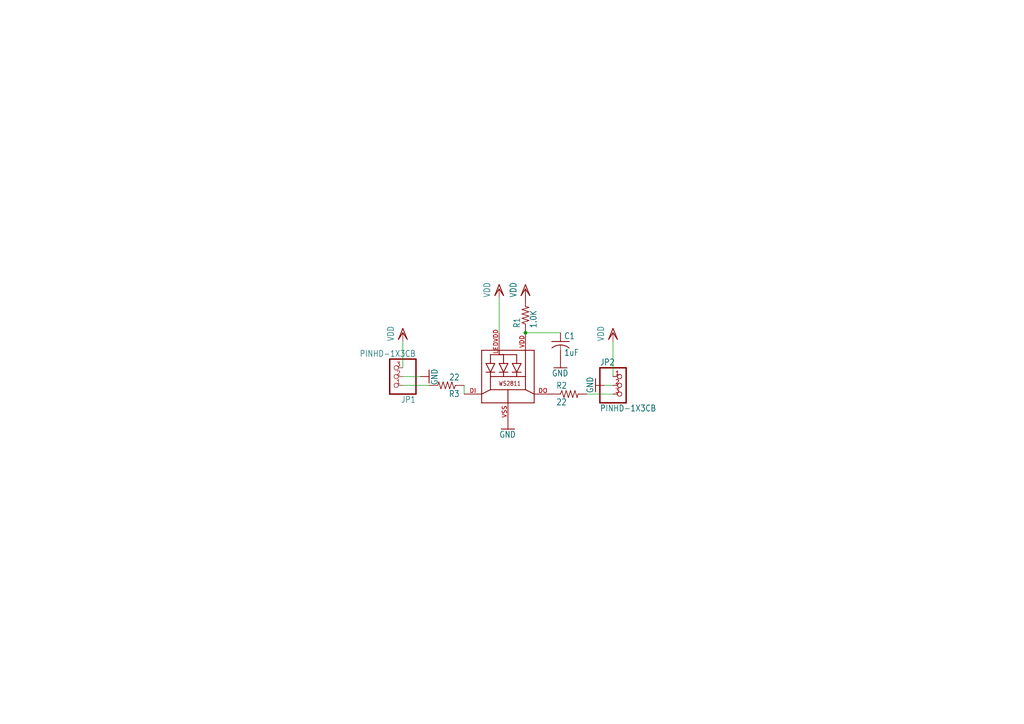
<source format=kicad_sch>
(kicad_sch (version 20211123) (generator eeschema)
  (paper "A4")
  (lib_symbols
    (symbol "schematicEagle-eagle-import:C-USC0603K"
      (property "Reference" "C" (at 1.016 0.635 0))
      (property "Value" "C-USC0603K" (at 1.016 -4.191 0))
      (symbol "C-USC0603K_1_0"
        (arc (start 0 -1.0161) (mid -1.302 -1.2303) (end -2.4668 -1.8504) (stroke (width 0.254)))
        (polyline (pts (xy -2.54 0) (xy 2.54 0)) (stroke (width 0.254)))
        (polyline (pts (xy 0 -1.016) (xy 0 -2.54)) (stroke (width 0.1524)))
        (arc (start 2.4892 -1.8542) (mid 1.3158 -1.2195) (end 0 -1) (stroke (width 0.254)))
        (pin passive line (at 0 2.54 270) (length 2.54) (name "1") (number "1"))
        (pin passive line (at 0 -5.08 90) (length 2.54) (name "2") (number "2"))
      )
    )
    (symbol "schematicEagle-eagle-import:GND" (power)
      (property "Value" "GND" (at -2.54 -2.54 0))
      (symbol "GND_1_0"
        (polyline (pts (xy -1.905 0) (xy 1.905 0)) (stroke (width 0.254)))
        (pin power_in line (at 0 2.54 270) (length 2.54) (name "GND") (number "1"))
      )
    )
    (symbol "schematicEagle-eagle-import:PINHD-1X3CB"
      (property "Reference" "JP" (at -6.35 5.715 0))
      (property "Value" "PINHD-1X3CB" (at -6.35 -7.62 0))
      (symbol "PINHD-1X3CB_1_0"
        (polyline (pts (xy -6.35 -5.08) (xy 1.27 -5.08)) (stroke (width 0.4064)))
        (polyline (pts (xy -6.35 5.08) (xy -6.35 -5.08)) (stroke (width 0.4064)))
        (polyline (pts (xy 1.27 -5.08) (xy 1.27 5.08)) (stroke (width 0.4064)))
        (polyline (pts (xy 1.27 5.08) (xy -6.35 5.08)) (stroke (width 0.4064)))
        (pin passive inverted (at -2.54 2.54 0) (length 2.54) (name "1") (number "1"))
        (pin passive inverted (at -2.54 0 0) (length 2.54) (name "2") (number "2"))
        (pin passive inverted (at -2.54 -2.54 0) (length 2.54) (name "3") (number "3"))
      )
    )
    (symbol "schematicEagle-eagle-import:R-US_R0603"
      (property "Reference" "R" (at -3.81 1.4986 0))
      (property "Value" "R-US_R0603" (at -3.81 -3.302 0))
      (symbol "R-US_R0603_1_0"
        (polyline (pts (xy -2.54 0) (xy -2.159 1.016)) (stroke (width 0.2032)))
        (polyline (pts (xy -2.159 1.016) (xy -1.524 -1.016)) (stroke (width 0.2032)))
        (polyline (pts (xy -1.524 -1.016) (xy -0.889 1.016)) (stroke (width 0.2032)))
        (polyline (pts (xy -0.889 1.016) (xy -0.254 -1.016)) (stroke (width 0.2032)))
        (polyline (pts (xy -0.254 -1.016) (xy 0.381 1.016)) (stroke (width 0.2032)))
        (polyline (pts (xy 0.381 1.016) (xy 1.016 -1.016)) (stroke (width 0.2032)))
        (polyline (pts (xy 1.016 -1.016) (xy 1.651 1.016)) (stroke (width 0.2032)))
        (polyline (pts (xy 1.651 1.016) (xy 2.286 -1.016)) (stroke (width 0.2032)))
        (polyline (pts (xy 2.286 -1.016) (xy 2.54 0)) (stroke (width 0.2032)))
        (pin passive line (at -5.08 0 0) (length 2.54) (name "1") (number "1"))
        (pin passive line (at 5.08 0 180) (length 2.54) (name "2") (number "2"))
      )
    )
    (symbol "schematicEagle-eagle-import:VDD" (power)
      (property "Value" "VDD" (at -2.54 -2.54 90))
      (symbol "VDD_1_0"
        (polyline (pts (xy 0 0) (xy -1.27 -1.905)) (stroke (width 0.254)))
        (polyline (pts (xy 0 1.27) (xy -1.27 -1.905)) (stroke (width 0.254)))
        (polyline (pts (xy 1.27 -1.905) (xy 0 0)) (stroke (width 0.254)))
        (polyline (pts (xy 1.27 -1.905) (xy 0 1.27)) (stroke (width 0.254)))
        (pin power_in line (at 0 -2.54 90) (length 2.54) (name "VDD") (number "1"))
      )
    )
    (symbol "schematicEagle-eagle-import:WS28115050"
      (symbol "WS28115050_1_0"
        (polyline (pts (xy -7.62 -5.08) (xy 0 -5.08)) (stroke (width 0.254)))
        (polyline (pts (xy -7.62 -2.54) (xy -7.62 -5.08)) (stroke (width 0.254)))
        (polyline (pts (xy -7.62 10.16) (xy -7.62 -2.54)) (stroke (width 0.254)))
        (polyline (pts (xy -6.35 3.81) (xy -5.08 3.81)) (stroke (width 0.254)))
        (polyline (pts (xy -6.35 6.35) (xy -5.08 6.35)) (stroke (width 0.254)))
        (polyline (pts (xy -5.08 -1.27) (xy -7.62 -2.54)) (stroke (width 0.254)))
        (polyline (pts (xy -5.08 -1.27) (xy 0 -1.27)) (stroke (width 0.254)))
        (polyline (pts (xy -5.08 2.54) (xy -5.08 -1.27)) (stroke (width 0.254)))
        (polyline (pts (xy -5.08 3.81) (xy -6.35 6.35)) (stroke (width 0.254)))
        (polyline (pts (xy -5.08 3.81) (xy -5.08 2.54)) (stroke (width 0.254)))
        (polyline (pts (xy -5.08 3.81) (xy -3.81 6.35)) (stroke (width 0.254)))
        (polyline (pts (xy -5.08 6.35) (xy -3.81 6.35)) (stroke (width 0.254)))
        (polyline (pts (xy -5.08 8.89) (xy -5.08 6.35)) (stroke (width 0.254)))
        (polyline (pts (xy -3.81 3.81) (xy -5.08 3.81)) (stroke (width 0.254)))
        (polyline (pts (xy -2.54 3.81) (xy -1.27 3.81)) (stroke (width 0.254)))
        (polyline (pts (xy -2.54 6.35) (xy 0 6.35)) (stroke (width 0.254)))
        (polyline (pts (xy -2.54 8.89) (xy -5.08 8.89)) (stroke (width 0.254)))
        (polyline (pts (xy -2.54 10.16) (xy -7.62 10.16)) (stroke (width 0.254)))
        (polyline (pts (xy -2.54 10.16) (xy -2.54 8.89)) (stroke (width 0.254)))
        (polyline (pts (xy -1.27 2.54) (xy -5.08 2.54)) (stroke (width 0.254)))
        (polyline (pts (xy -1.27 3.81) (xy -2.54 6.35)) (stroke (width 0.254)))
        (polyline (pts (xy -1.27 3.81) (xy -1.27 2.54)) (stroke (width 0.254)))
        (polyline (pts (xy -1.27 3.81) (xy 0 3.81)) (stroke (width 0.254)))
        (polyline (pts (xy -1.27 6.35) (xy -1.27 8.89)) (stroke (width 0.254)))
        (polyline (pts (xy -1.27 8.89) (xy -2.54 8.89)) (stroke (width 0.254)))
        (polyline (pts (xy 0 -5.08) (xy 7.62 -5.08)) (stroke (width 0.254)))
        (polyline (pts (xy 0 -1.27) (xy 0 -5.08)) (stroke (width 0.254)))
        (polyline (pts (xy 0 -1.27) (xy 5.08 -1.27)) (stroke (width 0.254)))
        (polyline (pts (xy 0 6.35) (xy -1.27 3.81)) (stroke (width 0.254)))
        (polyline (pts (xy 1.27 6.35) (xy 2.54 3.81)) (stroke (width 0.254)))
        (polyline (pts (xy 1.27 6.35) (xy 2.54 6.35)) (stroke (width 0.254)))
        (polyline (pts (xy 2.54 2.54) (xy -1.27 2.54)) (stroke (width 0.254)))
        (polyline (pts (xy 2.54 3.81) (xy 1.27 3.81)) (stroke (width 0.254)))
        (polyline (pts (xy 2.54 3.81) (xy 2.54 2.54)) (stroke (width 0.254)))
        (polyline (pts (xy 2.54 3.81) (xy 3.81 3.81)) (stroke (width 0.254)))
        (polyline (pts (xy 2.54 3.81) (xy 3.81 6.35)) (stroke (width 0.254)))
        (polyline (pts (xy 2.54 6.35) (xy 2.54 8.89)) (stroke (width 0.254)))
        (polyline (pts (xy 2.54 8.89) (xy -2.54 8.89)) (stroke (width 0.254)))
        (polyline (pts (xy 3.81 6.35) (xy 2.54 6.35)) (stroke (width 0.254)))
        (polyline (pts (xy 5.08 -1.27) (xy 5.08 2.54)) (stroke (width 0.254)))
        (polyline (pts (xy 5.08 -1.27) (xy 7.62 -2.54)) (stroke (width 0.254)))
        (polyline (pts (xy 5.08 2.54) (xy 2.54 2.54)) (stroke (width 0.254)))
        (polyline (pts (xy 5.08 10.16) (xy -2.54 10.16)) (stroke (width 0.254)))
        (polyline (pts (xy 5.08 10.16) (xy 5.08 2.54)) (stroke (width 0.254)))
        (polyline (pts (xy 7.62 -5.08) (xy 7.62 -2.54)) (stroke (width 0.254)))
        (polyline (pts (xy 7.62 -2.54) (xy 7.62 10.16)) (stroke (width 0.254)))
        (polyline (pts (xy 7.62 10.16) (xy 5.08 10.16)) (stroke (width 0.254)))
        (text "WS2811" (at 3.81 1.27 0) (effects (font (size 1.27 1.0795)) (justify right top)))
        (pin input line (at -12.7 -2.54 0) (length 5.08) (name "DI") (number "DI"))
        (pin output line (at 12.7 -2.54 180) (length 5.08) (name "DO") (number "DO"))
        (pin power_in line (at -2.54 15.24 270) (length 5.08) (name "LEDVDD") (number "LEDVDD"))
        (pin power_in line (at 5.08 15.24 270) (length 5.08) (name "VDD") (number "VDD"))
        (pin power_in line (at 0 -10.16 90) (length 5.08) (name "GND") (number "VSS"))
      )
    )
  )
  (junction (at 152.4 96.52))
  (wire (pts (xy 170.18 114.3) (xy 177.8 114.3)))
  (wire (pts (xy 175.26 111.76) (xy 177.8 111.76)))
  (wire (pts (xy 116.84 111.76) (xy 124.46 111.76)))
  (wire (pts (xy 116.84 99.06) (xy 116.84 106.68)))
  (wire (pts (xy 177.8 99.06) (xy 177.8 109.22)))
  (wire (pts (xy 144.78 96.52) (xy 144.78 86.36)))
  (wire (pts (xy 134.62 111.76) (xy 134.62 114.3)))
  (wire (pts (xy 121.92 109.22) (xy 116.84 109.22)))
  (wire (pts (xy 152.4 96.52) (xy 162.56 96.52)))
  (symbol (lib_id "schematicEagle-eagle-import:VDD") (at 116.84 96.52 0) (unit 1)
    (property "Reference" "#VDD3" (effects hide))
    (property "Value" "VDD" (at 114.3 99.06 90) (effects (font (size 1.778 1.5113)) (justify left bottom)))
    (property "Footprint" "schematicEagle:" (effects hide))
  )
  (symbol (lib_id "schematicEagle-eagle-import:VDD") (at 152.4 83.82 0) (unit 1)
    (property "Reference" "#VDD1" (effects hide))
    (property "Value" "VDD" (at 149.86 86.36 90) (effects (font (size 1.778 1.5113)) (justify left bottom)))
    (property "Footprint" "schematicEagle:" (effects hide))
  )
  (symbol (lib_id "schematicEagle-eagle-import:R-US_R0603") (at 152.4 91.44 90) (unit 1)
    (property "Reference" "R1" (at 150.9014 95.25 0) (effects (font (size 1.778 1.5113)) (justify left bottom)))
    (property "Value" "1.0K" (at 155.702 95.25 0) (effects (font (size 1.778 1.5113)) (justify left bottom)))
    (property "Footprint" "schematicEagle:R0603" (effects hide))
  )
  (symbol (lib_id "schematicEagle-eagle-import:VDD") (at 177.8 96.52 0) (unit 1)
    (property "Reference" "#VDD4" (effects hide))
    (property "Value" "VDD" (at 175.26 99.06 90) (effects (font (size 1.778 1.5113)) (justify left bottom)))
    (property "Footprint" "schematicEagle:" (effects hide))
  )
  (symbol (lib_id "schematicEagle-eagle-import:R-US_R0603") (at 129.54 111.76 180) (unit 1)
    (property "Reference" "R3" (at 133.35 113.2586 0) (effects (font (size 1.778 1.5113)) (justify left bottom)))
    (property "Value" "22" (at 133.35 108.458 0) (effects (font (size 1.778 1.5113)) (justify left bottom)))
    (property "Footprint" "schematicEagle:R0603" (effects hide))
  )
  (symbol (lib_id "schematicEagle-eagle-import:GND") (at 172.72 111.76 270) (unit 1)
    (property "Reference" "#GND4" (effects hide))
    (property "Value" "GND" (at 170.18 109.22 0) (effects (font (size 1.778 1.5113)) (justify left bottom)))
    (property "Footprint" "schematicEagle:" (effects hide))
  )
  (symbol (lib_id "schematicEagle-eagle-import:GND") (at 124.46 109.22 90) (unit 1)
    (property "Reference" "#GND3" (effects hide))
    (property "Value" "GND" (at 127 111.76 0) (effects (font (size 1.778 1.5113)) (justify left bottom)))
    (property "Footprint" "schematicEagle:" (effects hide))
  )
  (symbol (lib_id "schematicEagle-eagle-import:GND") (at 162.56 106.68 0) (unit 1)
    (property "Reference" "#GND2" (effects hide))
    (property "Value" "GND" (at 160.02 109.22 0) (effects (font (size 1.778 1.5113)) (justify left bottom)))
    (property "Footprint" "schematicEagle:" (effects hide))
  )
  (symbol (lib_id "schematicEagle-eagle-import:WS28115050") (at 147.32 111.76 0) (unit 1)
    (property "Reference" "LED1" (effects hide))
    (property "Value" "WS28115050" (effects hide))
    (property "Footprint" "schematicEagle:WS28115050" (effects hide))
  )
  (symbol (lib_id "schematicEagle-eagle-import:C-USC0603K") (at 162.56 99.06 0) (unit 1)
    (property "Reference" "C1" (at 163.576 98.425 0) (effects (font (size 1.778 1.5113)) (justify left bottom)))
    (property "Value" "1uF" (at 163.576 103.251 0) (effects (font (size 1.778 1.5113)) (justify left bottom)))
    (property "Footprint" "schematicEagle:C0603K" (effects hide))
  )
  (symbol (lib_id "schematicEagle-eagle-import:VDD") (at 144.78 83.82 0) (unit 1)
    (property "Reference" "#VDD2" (effects hide))
    (property "Value" "VDD" (at 142.24 86.36 90) (effects (font (size 1.778 1.5113)) (justify left bottom)))
    (property "Footprint" "schematicEagle:" (effects hide))
  )
  (symbol (lib_id "schematicEagle-eagle-import:GND") (at 147.32 124.46 0) (unit 1)
    (property "Reference" "#GND1" (effects hide))
    (property "Value" "GND" (at 144.78 127 0) (effects (font (size 1.778 1.5113)) (justify left bottom)))
    (property "Footprint" "schematicEagle:" (effects hide))
  )
  (symbol (lib_id "schematicEagle-eagle-import:PINHD-1X3CB") (at 180.34 111.76 0) (unit 1)
    (property "Reference" "JP2" (at 173.99 106.045 0) (effects (font (size 1.778 1.5113)) (justify left bottom)))
    (property "Value" "PINHD-1X3CB" (at 173.99 119.38 0) (effects (font (size 1.778 1.5113)) (justify left bottom)))
    (property "Footprint" "schematicEagle:1X03-CLEANBIG" (effects hide))
  )
  (symbol (lib_id "schematicEagle-eagle-import:PINHD-1X3CB") (at 114.3 109.22 180) (unit 1)
    (property "Reference" "JP1" (at 120.65 114.935 0) (effects (font (size 1.778 1.5113)) (justify left bottom)))
    (property "Value" "PINHD-1X3CB" (at 120.65 101.6 0) (effects (font (size 1.778 1.5113)) (justify left bottom)))
    (property "Footprint" "schematicEagle:1X03-CLEANBIG" (effects hide))
  )
  (symbol (lib_id "schematicEagle-eagle-import:R-US_R0603") (at 165.1 114.3 0) (unit 1)
    (property "Reference" "R2" (at 161.29 112.8014 0) (effects (font (size 1.778 1.5113)) (justify left bottom)))
    (property "Value" "22" (at 161.29 117.602 0) (effects (font (size 1.778 1.5113)) (justify left bottom)))
    (property "Footprint" "schematicEagle:R0603" (effects hide))
  )
)
</source>
